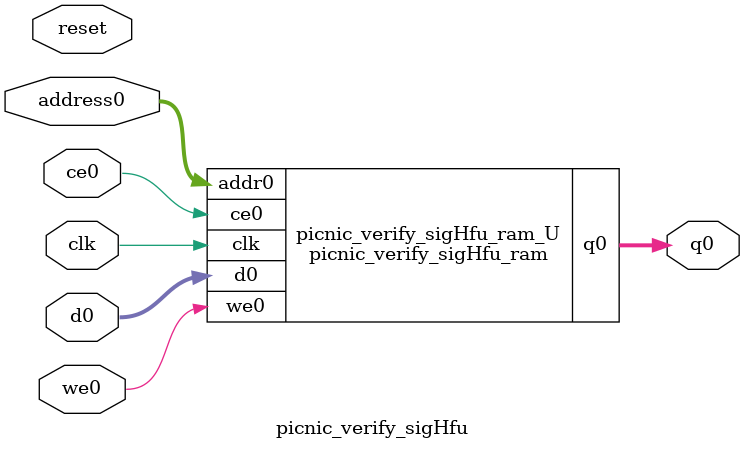
<source format=v>
`timescale 1 ns / 1 ps
module picnic_verify_sigHfu_ram (addr0, ce0, d0, we0, q0,  clk);

parameter DWIDTH = 32;
parameter AWIDTH = 10;
parameter MEM_SIZE = 876;

input[AWIDTH-1:0] addr0;
input ce0;
input[DWIDTH-1:0] d0;
input we0;
output reg[DWIDTH-1:0] q0;
input clk;

(* ram_style = "block" *)reg [DWIDTH-1:0] ram[0:MEM_SIZE-1];




always @(posedge clk)  
begin 
    if (ce0) begin
        if (we0) 
            ram[addr0] <= d0; 
        q0 <= ram[addr0];
    end
end


endmodule

`timescale 1 ns / 1 ps
module picnic_verify_sigHfu(
    reset,
    clk,
    address0,
    ce0,
    we0,
    d0,
    q0);

parameter DataWidth = 32'd32;
parameter AddressRange = 32'd876;
parameter AddressWidth = 32'd10;
input reset;
input clk;
input[AddressWidth - 1:0] address0;
input ce0;
input we0;
input[DataWidth - 1:0] d0;
output[DataWidth - 1:0] q0;



picnic_verify_sigHfu_ram picnic_verify_sigHfu_ram_U(
    .clk( clk ),
    .addr0( address0 ),
    .ce0( ce0 ),
    .we0( we0 ),
    .d0( d0 ),
    .q0( q0 ));

endmodule


</source>
